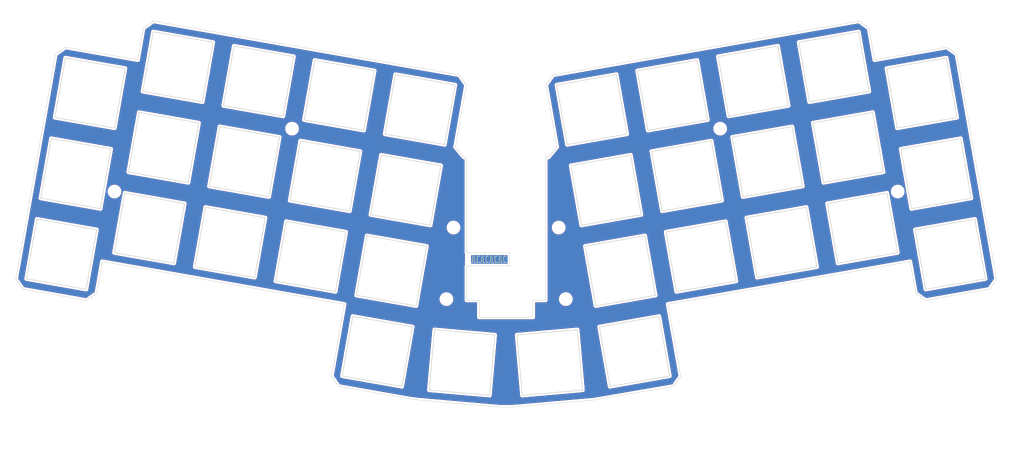
<source format=kicad_pcb>
(kicad_pcb (version 20221018) (generator pcbnew)
  (layers (0 "F.Cu" signal) (31 "B.Cu" signal) (34 "B.Paste" user) (35 "F.Paste" user) (36 "B.SilkS" user "B.Silkscreen") (37 "F.SilkS" user "F.Silkscreen") (38 "B.Mask" user) (39 "F.Mask" user) (44 "Edge.Cuts" user))
  (net 0 "")
  (footprint "kbd_SW_Hole:SW_Hole_1u" (layer "F.Cu") (at 188.995655 33.489253 10)
    (fp_text reference "SW2" hide)
    (fp_text value "KEY_SWITCH" hide)
    (fp_line (start -7.05 -7.05) (end 7.05 -7.05) (stroke (width 0.15)) (layer "Edge.Cuts"))
    (fp_line (start -7.05 7.05) (end -7.05 -7.05) (stroke (width 0.15)) (layer "Edge.Cuts"))
    (fp_line (start 7.05 -7.05) (end 7.05 7.05) (stroke (width 0.15)) (layer "Edge.Cuts"))
    (fp_line (start 7.05 7.05) (end -7.05 7.05) (stroke (width 0.15)) (layer "Edge.Cuts"))
  )
  (footprint "kbd_SW_Hole:SW_Hole_1u" (layer "F.Cu") (at 34.846302 36.25484 -10)
    (fp_text reference "SW2" hide)
    (fp_text value "KEY_SWITCH" hide)
    (fp_line (start -7.05 -7.05) (end 7.05 -7.05) (stroke (width 0.15)) (layer "Edge.Cuts"))
    (fp_line (start -7.05 7.05) (end -7.05 -7.05) (stroke (width 0.15)) (layer "Edge.Cuts"))
    (fp_line (start 7.05 -7.05) (end 7.05 7.05) (stroke (width 0.15)) (layer "Edge.Cuts"))
    (fp_line (start 7.05 7.05) (end -7.05 7.05) (stroke (width 0.15)) (layer "Edge.Cuts"))
  )
  (footprint "kbd_SW_Hole:SW_Hole_1u" (layer "F.Cu") (at 192.301839 52.250673 10)
    (fp_text reference "SW2" hide)
    (fp_text value "KEY_SWITCH" hide)
    (fp_line (start -7.05 -7.05) (end 7.05 -7.05) (stroke (width 0.15)) (layer "Edge.Cuts"))
    (fp_line (start -7.05 7.05) (end -7.05 -7.05) (stroke (width 0.15)) (layer "Edge.Cuts"))
    (fp_line (start 7.05 -7.05) (end 7.05 7.05) (stroke (width 0.15)) (layer "Edge.Cuts"))
    (fp_line (start 7.05 7.05) (end -7.05 7.05) (stroke (width 0.15)) (layer "Edge.Cuts"))
  )
  (footprint "kbd_Hole:m2_Screw_Hole_EdgeCuts" (layer "F.Cu") (at 145.420662 84.228289)
    (fp_text reference "Ref**" hide)
    (fp_text value "Val**" hide)
    (fp_circle (center 0 0) (end 1.1 0) (stroke (width 0.01)) (fill none) (layer "Edge.Cuts"))
  )
  (footprint "kbd_SW_Hole:SW_Hole_1u" (layer "F.Cu") (at 195.613786 71.010697 10)
    (fp_text reference "SW2" hide)
    (fp_text value "KEY_SWITCH" hide)
    (fp_line (start -7.05 -7.05) (end 7.05 -7.05) (stroke (width 0.15)) (layer "Edge.Cuts"))
    (fp_line (start -7.05 7.05) (end -7.05 -7.05) (stroke (width 0.15)) (layer "Edge.Cuts"))
    (fp_line (start 7.05 -7.05) (end 7.05 7.05) (stroke (width 0.15)) (layer "Edge.Cuts"))
    (fp_line (start 7.05 7.05) (end -7.05 7.05) (stroke (width 0.15)) (layer "Edge.Cuts"))
  )
  (footprint "kbd_SW_Hole:SW_Hole_1u" (layer "F.Cu") (at 28.228183 73.776284 -10)
    (fp_text reference "SW2" hide)
    (fp_text value "KEY_SWITCH" hide)
    (fp_line (start -7.05 -7.05) (end 7.05 -7.05) (stroke (width 0.15)) (layer "Edge.Cuts"))
    (fp_line (start -7.05 7.05) (end -7.05 -7.05) (stroke (width 0.15)) (layer "Edge.Cuts"))
    (fp_line (start 7.05 -7.05) (end 7.05 7.05) (stroke (width 0.15)) (layer "Edge.Cuts"))
    (fp_line (start 7.05 7.05) (end -7.05 7.05) (stroke (width 0.15)) (layer "Edge.Cuts"))
  )
  (footprint "kbd_SW_Hole:SW_Hole_1u" (layer "F.Cu") (at 31.540144 55.015914 -10)
    (fp_text reference "SW2" hide)
    (fp_text value "KEY_SWITCH" hide)
    (fp_line (start -7.05 -7.05) (end 7.05 -7.05) (stroke (width 0.15)) (layer "Edge.Cuts"))
    (fp_line (start -7.05 7.05) (end -7.05 -7.05) (stroke (width 0.15)) (layer "Edge.Cuts"))
    (fp_line (start 7.05 -7.05) (end 7.05 7.05) (stroke (width 0.15)) (layer "Edge.Cuts"))
    (fp_line (start 7.05 7.05) (end -7.05 7.05) (stroke (width 0.15)) (layer "Edge.Cuts"))
  )
  (footprint "kbd_SW_Hole:SW_Hole_1u" (layer "F.Cu") (at 154.781498 58.864908 10)
    (fp_text reference "SW2" hide)
    (fp_text value "KEY_SWITCH" hide)
    (fp_line (start -7.05 -7.05) (end 7.05 -7.05) (stroke (width 0.15)) (layer "Edge.Cuts"))
    (fp_line (start -7.05 7.05) (end -7.05 -7.05) (stroke (width 0.15)) (layer "Edge.Cuts"))
    (fp_line (start 7.05 -7.05) (end 7.05 7.05) (stroke (width 0.15)) (layer "Edge.Cuts"))
    (fp_line (start 7.05 7.05) (end -7.05 7.05) (stroke (width 0.15)) (layer "Edge.Cuts"))
  )
  (footprint "kbd_Hole:m2_Screw_Hole_EdgeCuts" (layer "F.Cu") (at 222.57315 59.192994)
    (fp_text reference "Ref**" hide)
    (fp_text value "Val**" hide)
    (fp_circle (center 0 0) (end 1.1 0) (stroke (width 0.01)) (fill none) (layer "Edge.Cuts"))
  )
  (footprint "kbd_SW_Hole:SW_Hole_1u" (layer "F.Cu") (at 207.753864 30.18019 10)
    (fp_text reference "SW2" hide)
    (fp_text value "KEY_SWITCH" hide)
    (fp_line (start -7.05 -7.05) (end 7.05 -7.05) (stroke (width 0.15)) (layer "Edge.Cuts"))
    (fp_line (start -7.05 7.05) (end -7.05 -7.05) (stroke (width 0.15)) (layer "Edge.Cuts"))
    (fp_line (start 7.05 -7.05) (end 7.05 7.05) (stroke (width 0.15)) (layer "Edge.Cuts"))
    (fp_line (start 7.05 7.05) (end -7.05 7.05) (stroke (width 0.15)) (layer "Edge.Cuts"))
  )
  (footprint "kbd_SW_Hole:SW_Hole_1u" (layer "F.Cu") (at 121.309182 98.971005 -5)
    (fp_text reference "SW2" hide)
    (fp_text value "KEY_SWITCH" hide)
    (fp_line (start -7.05 -7.05) (end 7.05 -7.05) (stroke (width 0.15)) (layer "Edge.Cuts"))
    (fp_line (start -7.05 7.05) (end -7.05 -7.05) (stroke (width 0.15)) (layer "Edge.Cuts"))
    (fp_line (start 7.05 -7.05) (end 7.05 7.05) (stroke (width 0.15)) (layer "Edge.Cuts"))
    (fp_line (start 7.05 7.05) (end -7.05 7.05) (stroke (width 0.15)) (layer "Edge.Cuts"))
  )
  (footprint "kbd_SW_Hole:SW_Hole_1u" (layer "F.Cu") (at 74.020999 33.489397 -10)
    (fp_text reference "SW2" hide)
    (fp_text value "KEY_SWITCH" hide)
    (fp_line (start -7.05 -7.05) (end 7.05 -7.05) (stroke (width 0.15)) (layer "Edge.Cuts"))
    (fp_line (start -7.05 7.05) (end -7.05 -7.05) (stroke (width 0.15)) (layer "Edge.Cuts"))
    (fp_line (start 7.05 -7.05) (end 7.05 7.05) (stroke (width 0.15)) (layer "Edge.Cuts"))
    (fp_line (start 7.05 7.05) (end -7.05 7.05) (stroke (width 0.15)) (layer "Edge.Cuts"))
  )
  (footprint "kbd_SW_Hole:SW_Hole_1u" (layer "F.Cu") (at 111.541012 40.103687 -10)
    (fp_text reference "SW2" hide)
    (fp_text value "KEY_SWITCH" hide)
    (fp_line (start -7.05 -7.05) (end 7.05 -7.05) (stroke (width 0.15)) (layer "Edge.Cuts"))
    (fp_line (start -7.05 7.05) (end -7.05 -7.05) (stroke (width 0.15)) (layer "Edge.Cuts"))
    (fp_line (start 7.05 -7.05) (end 7.05 7.05) (stroke (width 0.15)) (layer "Edge.Cuts"))
    (fp_line (start 7.05 7.05) (end -7.05 7.05) (stroke (width 0.15)) (layer "Edge.Cuts"))
  )
  (footprint "kbd_SW_Hole:SW_Hole_1u" (layer "F.Cu") (at 173.542226 55.559377 10)
    (fp_text reference "SW2" hide)
    (fp_text value "KEY_SWITCH" hide)
    (fp_line (start -7.05 -7.05) (end 7.05 -7.05) (stroke (width 0.15)) (layer "Edge.Cuts"))
    (fp_line (start -7.05 7.05) (end -7.05 -7.05) (stroke (width 0.15)) (layer "Edge.Cuts"))
    (fp_line (start 7.05 -7.05) (end 7.05 7.05) (stroke (width 0.15)) (layer "Edge.Cuts"))
    (fp_line (start 7.05 7.05) (end -7.05 7.05) (stroke (width 0.15)) (layer "Edge.Cuts"))
  )
  (footprint "kbd_Hole:m2_Screw_Hole_EdgeCuts" (layer "F.Cu") (at 81.80072 44.562)
    (fp_text reference "Ref**" hide)
    (fp_text value "Val**" hide)
    (fp_circle (center 0 0) (end 1.1 0) (stroke (width 0.01)) (fill none) (layer "Edge.Cuts"))
  )
  (footprint "kbd_SW_Hole:SW_Hole_1u" (layer "F.Cu") (at 161.396762 96.387498 10)
    (fp_text reference "SW2" hide)
    (fp_text value "KEY_SWITCH" hide)
    (fp_line (start -7.05 -7.05) (end 7.05 -7.05) (stroke (width 0.15)) (layer "Edge.Cuts"))
    (fp_line (start -7.05 7.05) (end -7.05 -7.05) (stroke (width 0.15)) (layer "Edge.Cuts"))
    (fp_line (start 7.05 -7.05) (end 7.05 7.05) (stroke (width 0.15)) (layer "Edge.Cuts"))
    (fp_line (start 7.05 7.05) (end -7.05 7.05) (stroke (width 0.15)) (layer "Edge.Cuts"))
  )
  (footprint "kbd_SW_Hole:SW_Hole_1u" (layer "F.Cu") (at 55.262506 30.180021 -10)
    (fp_text reference "SW2" hide)
    (fp_text value "KEY_SWITCH" hide)
    (fp_line (start -7.05 -7.05) (end 7.05 -7.05) (stroke (width 0.15)) (layer "Edge.Cuts"))
    (fp_line (start -7.05 7.05) (end -7.05 -7.05) (stroke (width 0.15)) (layer "Edge.Cuts"))
    (fp_line (start 7.05 -7.05) (end 7.05 7.05) (stroke (width 0.15)) (layer "Edge.Cuts"))
    (fp_line (start 7.05 7.05) (end -7.05 7.05) (stroke (width 0.15)) (layer "Edge.Cuts"))
  )
  (footprint "kbd_Hole:m2_Screw_Hole_EdgeCuts" (layer "F.Cu") (at 117.678215 84.228939)
    (fp_text reference "Ref**" hide)
    (fp_text value "Val**" hide)
    (fp_circle (center 0 0) (end 1.1 0) (stroke (width 0.01)) (fill none) (layer "Edge.Cuts"))
  )
  (footprint "kbd_SW_Hole:SW_Hole_1u" (layer "F.Cu") (at 92.780284 36.798157 -10)
    (fp_text reference "SW2" hide)
    (fp_text value "KEY_SWITCH" hide)
    (fp_line (start -7.05 -7.05) (end 7.05 -7.05) (stroke (width 0.15)) (layer "Edge.Cuts"))
    (fp_line (start -7.05 7.05) (end -7.05 -7.05) (stroke (width 0.15)) (layer "Edge.Cuts"))
    (fp_line (start 7.05 -7.05) (end 7.05 7.05) (stroke (width 0.15)) (layer "Edge.Cuts"))
    (fp_line (start 7.05 7.05) (end -7.05 7.05) (stroke (width 0.15)) (layer "Edge.Cuts"))
  )
  (footprint "kbd_SW_Hole:SW_Hole_1u" (layer "F.Cu") (at 228.170215 36.254676 10)
    (fp_text reference "SW2" hide)
    (fp_text value "KEY_SWITCH" hide)
    (fp_line (start -7.05 -7.05) (end 7.05 -7.05) (stroke (width 0.15)) (layer "Edge.Cuts"))
    (fp_line (start -7.05 7.05) (end -7.05 -7.05) (stroke (width 0.15)) (layer "Edge.Cuts"))
    (fp_line (start 7.05 -7.05) (end 7.05 7.05) (stroke (width 0.15)) (layer "Edge.Cuts"))
    (fp_line (start 7.05 7.05) (end -7.05 7.05) (stroke (width 0.15)) (layer "Edge.Cuts"))
  )
  (footprint "kbd_Hole:m2_Screw_Hole_EdgeCuts" (layer "F.Cu") (at 181.305206 44.562)
    (fp_text reference "Ref**" hide)
    (fp_text value "Val**" hide)
    (fp_circle (center 0 0) (end 1.1 0) (stroke (width 0.01)) (fill none) (layer "Edge.Cuts"))
  )
  (footprint "kbd_SW_Hole:SW_Hole_1u" (layer "F.Cu") (at 214.371977 67.701626 10)
    (fp_text reference "SW2" hide)
    (fp_text value "KEY_SWITCH" hide)
    (fp_line (start -7.05 -7.05) (end 7.05 -7.05) (stroke (width 0.15)) (layer "Edge.Cuts"))
    (fp_line (start -7.05 7.05) (end -7.05 -7.05) (stroke (width 0.15)) (layer "Edge.Cuts"))
    (fp_line (start 7.05 -7.05) (end 7.05 7.05) (stroke (width 0.15)) (layer "Edge.Cuts"))
    (fp_line (start 7.05 7.05) (end -7.05 7.05) (stroke (width 0.15)) (layer "Edge.Cuts"))
  )
  (footprint "kbd_SW_Hole:SW_Hole_1u" (layer "F.Cu") (at 108.235144 58.865051 -10)
    (fp_text reference "SW2" hide)
    (fp_text value "KEY_SWITCH" hide)
    (fp_line (start -7.05 -7.05) (end 7.05 -7.05) (stroke (width 0.15)) (layer "Edge.Cuts"))
    (fp_line (start -7.05 7.05) (end -7.05 -7.05) (stroke (width 0.15)) (layer "Edge.Cuts"))
    (fp_line (start 7.05 -7.05) (end 7.05 7.05) (stroke (width 0.15)) (layer "Edge.Cuts"))
    (fp_line (start 7.05 7.05) (end -7.05 7.05) (stroke (width 0.15)) (layer "Edge.Cuts"))
  )
  (footprint "kbd_SW_Hole:SW_Hole_1u" (layer "F.Cu") (at 70.714735 52.25047 -10)
    (fp_text reference "SW2" hide)
    (fp_text value "KEY_SWITCH" hide)
    (fp_line (start -7.05 -7.05) (end 7.05 -7.05) (stroke (width 0.15)) (layer "Edge.Cuts"))
    (fp_line (start -7.05 7.05) (end -7.05 -7.05) (stroke (width 0.15)) (layer "Edge.Cuts"))
    (fp_line (start 7.05 -7.05) (end 7.05 7.05) (stroke (width 0.15)) (layer "Edge.Cuts"))
    (fp_line (start 7.05 7.05) (end -7.05 7.05) (stroke (width 0.15)) (layer "Edge.Cuts"))
  )
  (footprint "kbd_SW_Hole:SW_Hole_1u" (layer "F.Cu") (at 86.162176 74.319597 -10)
    (fp_text reference "SW2" hide)
    (fp_text value "KEY_SWITCH" hide)
    (fp_line (start -7.05 -7.05) (end 7.05 -7.05) (stroke (width 0.15)) (layer "Edge.Cuts"))
    (fp_line (start -7.05 7.05) (end -7.05 -7.05) (stroke (width 0.15)) (layer "Edge.Cuts"))
    (fp_line (start 7.05 -7.05) (end 7.05 7.05) (stroke (width 0.15)) (layer "Edge.Cuts"))
    (fp_line (start 7.05 7.05) (end -7.05 7.05) (stroke (width 0.15)) (layer "Edge.Cuts"))
  )
  (footprint "kbd_SW_Hole:SW_Hole_1u" (layer "F.Cu") (at 51.956408 48.941435 -10)
    (fp_text reference "SW2" hide)
    (fp_text value "KEY_SWITCH" hide)
    (fp_line (start -7.05 -7.05) (end 7.05 -7.05) (stroke (width 0.15)) (layer "Edge.Cuts"))
    (fp_line (start -7.05 7.05) (end -7.05 -7.05) (stroke (width 0.15)) (layer "Edge.Cuts"))
    (fp_line (start 7.05 -7.05) (end 7.05 7.05) (stroke (width 0.15)) (layer "Edge.Cuts"))
    (fp_line (start 7.05 7.05) (end -7.05 7.05) (stroke (width 0.15)) (layer "Edge.Cuts"))
  )
  (footprint "kbd_SW_Hole:SW_Hole_1u" (layer "F.Cu") (at 101.619852 96.387478 -10)
    (fp_text reference "SW2" hide)
    (fp_text value "KEY_SWITCH" hide)
    (fp_line (start -7.05 -7.05) (end 7.05 -7.05) (stroke (width 0.15)) (layer "Edge.Cuts"))
    (fp_line (start -7.05 7.05) (end -7.05 -7.05) (stroke (width 0.15)) (layer "Edge.Cuts"))
    (fp_line (start 7.05 -7.05) (end 7.05 7.05) (stroke (width 0.15)) (layer "Edge.Cuts"))
    (fp_line (start 7.05 7.05) (end -7.05 7.05) (stroke (width 0.15)) (layer "Edge.Cuts"))
  )
  (footprint "kbd_SW_Hole:SW_Hole_1u" (layer "F.Cu") (at 141.707124 98.974513 5)
    (fp_text reference "SW2" hide)
    (fp_text value "KEY_SWITCH" hide)
    (fp_line (start -7.05 -7.05) (end 7.05 -7.05) (stroke (width 0.15)) (layer "Edge.Cuts"))
    (fp_line (start -7.05 7.05) (end -7.05 -7.05) (stroke (width 0.15)) (layer "Edge.Cuts"))
    (fp_line (start 7.05 -7.05) (end 7.05 7.05) (stroke (width 0.15)) (layer "Edge.Cuts"))
    (fp_line (start 7.05 7.05) (end -7.05 7.05) (stroke (width 0.15)) (layer "Edge.Cuts"))
  )
  (footprint "kbd_Hole:Mouse_Bite_Hole" (layer "F.Cu") (at 122.691886 75.316877 -90)
    (fp_text reference "Ref**")
    (fp_text value "Val**")
    (pad "" np_thru_hole circle (at -1.1 0 270) (size 0.5 0.5) (drill 0.5) (layers "*.Cu" "*.Mask"))
    (pad "" np_thru_hole circle (at -0.35 0 270) (size 0.5 0.5) (drill 0.5) (layers "*.Cu" "*.Mask"))
    (pad "" np_thru_hole circle (at 0.4 0 270) (size 0.5 0.5) (drill 0.5) (layers "*.Cu" "*.Mask"))
  )
  (footprint "kbd_SW_Hole:SW_Hole_1u" (layer "F.Cu") (at 151.475232 40.103826 10)
    (fp_text reference "SW2" hide)
    (fp_text value "KEY_SWITCH" hide)
    (fp_line (start -7.05 -7.05) (end 7.05 -7.05) (stroke (width 0.15)) (layer "Edge.Cuts"))
    (fp_line (start -7.05 7.05) (end -7.05 -7.05) (stroke (width 0.15)) (layer "Edge.Cuts"))
    (fp_line (start 7.05 -7.05) (end 7.05 7.05) (stroke (width 0.15)) (layer "Edge.Cuts"))
    (fp_line (start 7.05 7.05) (end -7.05 7.05) (stroke (width 0.15)) (layer "Edge.Cuts"))
  )
  (footprint "kbd_SW_Hole:SW_Hole_1u" (layer "F.Cu") (at 158.093336 77.625269 10)
    (fp_text reference "SW2" hide)
    (fp_text value "KEY_SWITCH" hide)
    (fp_line (start -7.05 -7.05) (end 7.05 -7.05) (stroke (width 0.15)) (layer "Edge.Cuts"))
    (fp_line (start -7.05 7.05) (end -7.05 -7.05) (stroke (width 0.15)) (layer "Edge.Cuts"))
    (fp_line (start 7.05 -7.05) (end 7.05 7.05) (stroke (width 0.15)) (layer "Edge.Cuts"))
    (fp_line (start 7.05 7.05) (end -7.05 7.05) (stroke (width 0.15)) (layer "Edge.Cuts"))
  )
  (footprint "kbd_SW_Hole:SW_Hole_1u" (layer "F.Cu") (at 67.402875 71.010834 -10)
    (fp_text reference "SW2" hide)
    (fp_text value "KEY_SWITCH" hide)
    (fp_line (start -7.05 -7.05) (end 7.05 -7.05) (stroke (width 0.15)) (layer "Edge.Cuts"))
    (fp_line (start -7.05 7.05) (end -7.05 -7.05) (stroke (width 0.15)) (layer "Edge.Cuts"))
    (fp_line (start 7.05 -7.05) (end 7.05 7.05) (stroke (width 0.15)) (layer "Edge.Cuts"))
    (fp_line (start 7.05 7.05) (end -7.05 7.05) (stroke (width 0.15)) (layer "Edge.Cuts"))
  )
  (footprint "kbd_SW_Hole:SW_Hole_1u" (layer "F.Cu") (at 104.922892 77.625125 -10)
    (fp_text reference "SW2" hide)
    (fp_text value "KEY_SWITCH" hide)
    (fp_line (start -7.05 -7.05) (end 7.05 -7.05) (stroke (width 0.15)) (layer "Edge.Cuts"))
    (fp_line (start -7.05 7.05) (end -7.05 -7.05) (stroke (width 0.15)) (layer "Edge.Cuts"))
    (fp_line (start 7.05 -7.05) (end 7.05 7.05) (stroke (width 0.15)) (layer "Edge.Cuts"))
    (fp_line (start 7.05 7.05) (end -7.05 7.05) (stroke (width 0.15)) (layer "Edge.Cuts"))
  )
  (footprint "kbd_SW_Hole:SW_Hole_1u" (layer "F.Cu") (at 211.060124 48.941271 10)
    (fp_text reference "SW2" hide)
    (fp_text value "KEY_SWITCH" hide)
    (fp_line (start -7.05 -7.05) (end 7.05 -7.05) (stroke (width 0.15)) (layer "Edge.Cuts"))
    (fp_line (start -7.05 7.05) (end -7.05 -7.05) (stroke (width 0.15)) (layer "Edge.Cuts"))
    (fp_line (start 7.05 -7.05) (end 7.05 7.05) (stroke (width 0.15)) (layer "Edge.Cuts"))
    (fp_line (start 7.05 7.05) (end -7.05 7.05) (stroke (width 0.15)) (layer "Edge.Cuts"))
  )
  (footprint "kbd_Hole:m2_Screw_Hole_EdgeCuts" (layer "F.Cu") (at 143.769653 67.574341)
    (fp_text reference "Ref**" hide)
    (fp_text value "Val**" hide)
    (fp_circle (center 0 0) (end 1.1 0) (stroke (width 0.01)) (fill none) (layer "Edge.Cuts"))
  )
  (footprint "kbd_SW_Hole:SW_Hole_1u" (layer "F.Cu") (at 176.854063 74.319743 10)
    (fp_text reference "SW2" hide)
    (fp_text value "KEY_SWITCH" hide)
    (fp_line (start -7.05 -7.05) (end 7.05 -7.05) (stroke (width 0.15)) (layer "Edge.Cuts"))
    (fp_line (start -7.05 7.05) (end -7.05 -7.05) (stroke (width 0.15)) (layer "Edge.Cuts"))
    (fp_line (start 7.05 -7.05) (end 7.05 7.05) (stroke (width 0.15)) (layer "Edge.Cuts"))
    (fp_line (start 7.05 7.05) (end -7.05 7.05) (stroke (width 0.15)) (layer "Edge.Cuts"))
  )
  (footprint "kbd_SW_Hole:SW_Hole_1u" (layer "F.Cu") (at 48.644401 67.701463 -10)
    (fp_text reference "SW2" hide)
    (fp_text value "KEY_SWITCH" hide)
    (fp_line (start -7.05 -7.05) (end 7.05 -7.05) (stroke (width 0.15)) (layer "Edge.Cuts"))
    (fp_line (start -7.05 7.05) (end -7.05 -7.05) (stroke (width 0.15)) (layer "Edge.Cuts"))
    (fp_line (start 7.05 -7.05) (end 7.05 7.05) (stroke (width 0.15)) (layer "Edge.Cuts"))
    (fp_line (start 7.05 7.05) (end -7.05 7.05) (stroke (width 0.15)) (layer "Edge.Cuts"))
  )
  (footprint "kbd_Hole:m2_Screw_Hole_EdgeCuts" (layer "F.Cu") (at 119.329216 67.573691)
    (fp_text reference "Ref**" hide)
    (fp_text value "Val**" hide)
    (fp_circle (center 0 0) (end 1.1 0) (stroke (width 0.01)) (fill none) (layer "Edge.Cuts"))
  )
  (footprint "kbd_SW_Hole:SW_Hole_1u" (layer "F.Cu") (at 231.476384 55.016094 10)
    (fp_text reference "SW2" hide)
    (fp_text value "KEY_SWITCH" hide)
    (fp_line (start -7.05 -7.05) (end 7.05 -7.05) (stroke (width 0.15)) (layer "Edge.Cuts"))
    (fp_line (start -7.05 7.05) (end -7.05 -7.05) (stroke (width 0.15)) (layer "Edge.Cuts"))
    (fp_line (start 7.05 -7.05) (end 7.05 7.05) (stroke (width 0.15)) (layer "Edge.Cuts"))
    (fp_line (start 7.05 7.05) (end -7.05 7.05) (stroke (width 0.15)) (layer "Edge.Cuts"))
  )
  (footprint "kbd_SW_Hole:SW_Hole_1u" (layer "F.Cu") (at 89.474425 55.55952 -10)
    (fp_text reference "SW2" hide)
    (fp_text value "KEY_SWITCH" hide)
    (fp_line (start -7.05 -7.05) (end 7.05 -7.05) (stroke (width 0.15)) (layer "Edge.Cuts"))
    (fp_line (start -7.05 7.05) (end -7.05 -7.05) (stroke (width 0.15)) (layer "Edge.Cuts"))
    (fp_line (start 7.05 -7.05) (end 7.05 7.05) (stroke (width 0.15)) (layer "Edge.Cuts"))
    (fp_line (start 7.05 7.05) (end -7.05 7.05) (stroke (width 0.15)) (layer "Edge.Cuts"))
  )
  (footprint "kbd_SW_Hole:SW_Hole_1u" (layer "F.Cu") (at 234.788313 73.77612 10)
    (fp_text reference "SW2" hide)
    (fp_text value "KEY_SWITCH" hide)
    (fp_line (start -7.05 -7.05) (end 7.05 -7.05) (stroke (width 0.15)) (layer "Edge.Cuts"))
    (fp_line (start -7.05 7.05) (end -7.05 -7.05) (stroke (width 0.15)) (layer "Edge.Cuts"))
    (fp_line (start 7.05 -7.05) (end 7.05 7.05) (stroke (width 0.15)) (layer "Edge.Cuts"))
    (fp_line (start 7.05 7.05) (end -7.05 7.05) (stroke (width 0.15)) (layer "Edge.Cuts"))
  )
  (footprint "kbd_SW_Hole:SW_Hole_1u" (layer "F.Cu") (at 170.235966 36.798303 10)
    (fp_text reference "SW2" hide)
    (fp_text value "KEY_SWITCH" hide)
    (fp_line (start -7.05 -7.05) (end 7.05 -7.05) (stroke (width 0.15)) (layer "Edge.Cuts"))
    (fp_line (start -7.05 7.05) (end -7.05 -7.05) (stroke (width 0.15)) (layer "Edge.Cuts"))
    (fp_line (start 7.05 -7.05) (end 7.05 7.05) (stroke (width 0.15)) (layer "Edge.Cuts"))
    (fp_line (start 7.05 7.05) (end -7.05 7.05) (stroke (width 0.15)) (layer "Edge.Cuts"))
  )
  (footprint "kbd_Hole:m2_Screw_Hole_EdgeCuts" (layer "F.Cu") (at 40.532779 59.191694)
    (fp_text reference "Ref**" hide)
    (fp_text value "Val**" hide)
    (fp_circle (center 0 0) (end 1.1 0) (stroke (width 0.01)) (fill none) (layer "Edge.Cuts"))
  )
  (gr_line (start 45.946436 28.571754) (end 45.946436 28.571754) (stroke (width 0.100012)) (layer "Edge.Cuts"))
  (gr_line (start 215.253006 20.729153) (end 215.704208 21.044888) (stroke (width 0.100012)) (layer "Edge.Cuts"))
  (gr_line (start 213.797454 19.709989) (end 214.025009 19.869443) (stroke (width 0.100012)) (layer "Edge.Cuts"))
  (gr_line (start 171.641891 102.867129) (end 171.641891 102.867129) (stroke (width 0.100012)) (layer "Edge.Cuts"))
  (gr_line (start 243.892486 81.893149) (end 229.070892 84.505892) (stroke (width 0.100012)) (layer "Edge.Cuts"))
  (gr_line (start 142.018119 32.691511) (end 142.018119 32.691511) (stroke (width 0.100012)) (layer "Edge.Cuts"))
  (gr_line (start 170.92929 103.880976) (end 170.775482 104.099596) (stroke (width 0.100012)) (layer "Edge.Cuts"))
  (gr_line (start 120.787918 50.07709) (end 121.126236 50.47996) (stroke (width 0.100012)) (layer "Edge.Cuts"))
  (gr_line (start 227.152176 83.162623) (end 227.152176 83.162623) (stroke (width 0.100012)) (layer "Edge.Cuts"))
  (gr_line (start 227.370544 83.31555) (end 227.152176 83.162623) (stroke (width 0.100012)) (layer "Edge.Cuts"))
  (gr_line (start 142.784019 49.543349) (end 142.784019 49.543349) (stroke (width 0.100012)) (layer "Edge.Cuts"))
  (gr_line (start 36.125206 83.054705) (end 36.125206 83.054705) (stroke (width 0.100012)) (layer "Edge.Cuts"))
  (gr_line (start 142.280952 50.142719) (end 142.445709 49.946219) (stroke (width 0.100012)) (layer "Edge.Cuts"))
  (gr_line (start 28.990349 25.727661) (end 29.15552 25.611946) (stroke (width 0.100012)) (layer "Edge.Cuts"))
  (gr_line (start 171.497604 103.072512) (end 171.356857 103.272646) (stroke (width 0.100012)) (layer "Edge.Cuts"))
  (gr_line (start 48.144872 20.536537) (end 48.144872 20.536537) (stroke (width 0.100012)) (layer "Edge.Cuts"))
  (gr_line (start 48.34497 20.396486) (end 48.543758 20.257137) (stroke (width 0.100012)) (layer "Edge.Cuts"))
  (gr_line (start 214.843795 20.442349) (end 214.843795 20.442349) (stroke (width 0.100012)) (layer "Edge.Cuts"))
  (gr_line (start 143.230629 49.010653) (end 143.230629 49.010653) (stroke (width 0.100012)) (layer "Edge.Cuts"))
  (gr_line (start 47.252735 21.161305) (end 47.497383 20.989853) (stroke (width 0.100012)) (layer "Edge.Cuts"))
  (gr_line (start 49.171598 19.817581) (end 49.404434 19.654598) (stroke (width 0.100012)) (layer "Edge.Cuts"))
  (gr_line (start 235.461135 26.656867) (end 235.461135 26.656867) (stroke (width 0.100012)) (layer "Edge.Cuts"))
  (gr_line (start 119.822006 48.925968) (end 119.96241 49.093542) (stroke (width 0.100012)) (layer "Edge.Cuts"))
  (gr_line (start 28.331078 26.189091) (end 28.331078 26.189091) (stroke (width 0.100012)) (layer "Edge.Cuts"))
  (gr_line (start 236.285598 27.234012) (end 236.285598 27.234012) (stroke (width 0.100012)) (layer "Edge.Cuts"))
  (gr_line (start 133.086105 109.336085) (end 133.086105 109.336085) (stroke (width 0.100012)) (layer "Edge.Cuts"))
  (gr_line (start 143.375625 48.837792) (end 140.827514 34.392247) (stroke (width 0.100012)) (layer "Edge.Cuts"))
  (gr_line (start 48.144872 20.536537) (end 48.34497 20.396486) (stroke (width 0.100012)) (layer "Edge.Cuts"))
  (gr_line (start 49.569637 19.538883) (end 49.569637 19.538883) (stroke (width 0.100012)) (layer "Edge.Cuts"))
  (gr_line (start 48.543758 20.257137) (end 48.543758 20.257137) (stroke (width 0.100012)) (layer "Edge.Cuts"))
  (gr_line (start 120.843658 32.319667) (end 121.002754 32.547205) (stroke (width 0.100012)) (layer "Edge.Cuts"))
  (gr_line (start 49.404434 19.654598) (end 49.569637 19.538883) (stroke (width 0.100012)) (layer "Edge.Cuts"))
  (gr_line (start 121.436683 50.850023) (end 121.436683 50.850023) (stroke (width 0.100012)) (layer "Edge.Cuts"))
  (gr_line (start 141.731674 33.10108) (end 141.731674 33.10108) (stroke (width 0.100012)) (layer "Edge.Cuts"))
  (gr_line (start 235.461135 26.656867) (end 235.669296 26.802562) (stroke (width 0.100012)) (layer "Edge.Cuts"))
  (gr_line (start 34.218196 84.390146) (end 34.218196 84.390146) (stroke (width 0.100012)) (layer "Edge.Cuts"))
  (gr_line (start 215.704208 21.044888) (end 215.869674 21.160603) (stroke (width 0.100012)) (layer "Edge.Cuts"))
  (gr_line (start 121.153038 32.761695) (end 121.153038 32.761695) (stroke (width 0.100012)) (layer "Edge.Cuts"))
  (gr_line (start 169.164352 85.396586) (end 172.125213 102.179667) (stroke (width 0.100012)) (layer "Edge.Cuts"))
  (gr_line (start 142.449928 32.075206) (end 142.449928 32.075206) (stroke (width 0.100012)) (layer "Edge.Cuts"))
  (gr_line (start 142.445709 49.946219) (end 142.612205 49.747959) (stroke (width 0.100012)) (layer "Edge.Cuts"))
  (gr_line (start 122.401886 76.476877) (end 122.401886 84.476877) (stroke (width 0.100012)) (layer "Edge.Cuts"))
  (gr_line (start 91.995254 103.61233) (end 91.995254 103.61233) (stroke (width 0.100012)) (layer "Edge.Cuts"))
  (gr_line (start 119.748268 48.838131) (end 119.822006 48.925968) (stroke (width 0.100012)) (layer "Edge.Cuts"))
  (gr_line (start 120.455597 49.680922) (end 120.455597 49.680922) (stroke (width 0.100012)) (layer "Edge.Cuts"))
  (gr_line (start 236.285598 27.234012) (end 245.514968 79.576243) (stroke (width 0.100012)) (layer "Edge.Cuts"))
  (gr_line (start 19.060607 81.648501) (end 19.060607 81.648501) (stroke (width 0.100012)) (layer "Edge.Cuts"))
  (gr_line (start 172.125213 102.179667) (end 172.125213 102.179667) (stroke (width 0.100012)) (layer "Edge.Cuts"))
  (gr_line (start 215.869674 21.160603) (end 215.869674 21.160603) (stroke (width 0.100012)) (layer "Edge.Cuts"))
  (gr_line (start 244.171188 81.495108) (end 244.008209 81.72798) (stroke (width 0.100012)) (layer "Edge.Cuts"))
  (gr_line (start 244.610763 80.867266) (end 244.610763 80.867266) (stroke (width 0.100012)) (layer "Edge.Cuts"))
  (gr_line (start 47.497383 20.989853) (end 47.497383 20.989853) (stroke (width 0.100012)) (layer "Edge.Cuts"))
  (gr_line (start 28.990349 25.727661) (end 28.990349 25.727661) (stroke (width 0.100012)) (layer "Edge.Cuts"))
  (gr_line (start 109.410827 107.466646) (end 109.410827 107.466646) (stroke (width 0.100012)) (layer "Edge.Cuts"))
  (gr_line (start 235.061096 26.376765) (end 235.061096 26.376765) (stroke (width 0.100012)) (layer "Edge.Cuts"))
  (gr_line (start 171.075347 103.672938) (end 171.075347 103.672938) (stroke (width 0.100012)) (layer "Edge.Cuts"))
  (gr_line (start 125.301719 84.476877) (end 125.301719 88.427988) (stroke (width 0.100012)) (layer "Edge.Cuts"))
  (gr_line (start 18.607217 81.001013) (end 18.607217 81.001013) (stroke (width 0.100012)) (layer "Edge.Cuts"))
  (gr_line (start 92.138832 103.81769) (end 91.995254 103.61233) (stroke (width 0.100012)) (layer "Edge.Cuts"))
  (gr_line (start 18.901222 81.420885) (end 18.751009 81.206362) (stroke (width 0.100012)) (layer "Edge.Cuts"))
  (gr_line (start 27.525475 26.753179) (end 27.930887 26.469193) (stroke (width 0.100012)) (layer "Edge.Cuts"))
  (gr_line (start 213.797454 19.709989) (end 213.797454 19.709989) (stroke (width 0.100012)) (layer "Edge.Cuts"))
  (gr_line (start 122.401886 84.476877) (end 125.301719 84.476877) (stroke (width 0.100012)) (layer "Edge.Cuts"))
  (gr_line (start 141.452285 33.50007) (end 141.592331 33.299695) (stroke (width 0.100012)) (layer "Edge.Cuts"))
  (gr_line (start 121.717857 51.185166) (end 121.717857 51.185166) (stroke (width 0.100012)) (layer "Edge.Cuts"))
  (gr_line (start 171.217163 103.471476) (end 171.075347 103.672938) (stroke (width 0.100012)) (layer "Edge.Cuts"))
  (gr_line (start 141.872779 32.899647) (end 142.018119 32.691511) (stroke (width 0.100012)) (layer "Edge.Cuts"))
  (gr_line (start 245.34349 79.820891) (end 245.34349 79.820891) (stroke (width 0.100012)) (layer "Edge.Cuts"))
  (gr_line (start 132.401886 76.476877) (end 122.401886 76.476877) (stroke (width 0.100012)) (layer "Edge.Cuts"))
  (gr_line (start 35.078832 83.787424) (end 34.877431 83.928499) (stroke (width 0.100012)) (layer "Edge.Cuts"))
  (gr_line (start 35.683069 83.364306) (end 35.683069 83.364306) (stroke (width 0.100012)) (layer "Edge.Cuts"))
  (gr_line (start 142.445709 49.946219) (end 142.445709 49.946219) (stroke (width 0.100012)) (layer "Edge.Cuts"))
  (gr_line (start 47.939521 20.680117) (end 47.939521 20.680117) (stroke (width 0.100012)) (layer "Edge.Cuts"))
  (gr_line (start 141.620201 50.930119) (end 141.620201 50.930119) (stroke (width 0.100012)) (layer "Edge.Cuts"))
  (gr_line (start 227.779754 83.602144) (end 227.578338 83.461142) (stroke (width 0.100012)) (layer "Edge.Cuts"))
  (gr_line (start 119.748268 48.838131) (end 119.748268 48.838131) (stroke (width 0.100012)) (layer "Edge.Cuts"))
  (gr_line (start 122.294609 34.391884) (end 119.748268 48.838131) (stroke (width 0.100012)) (layer "Edge.Cuts"))
  (gr_line (start 142.449928 32.075206) (end 213.552642 19.538536) (stroke (width 0.100012)) (layer "Edge.Cuts"))
  (gr_line (start 141.752845 50.772425) (end 141.752845 50.772425) (stroke (width 0.100012)) (layer "Edge.Cuts"))
  (gr_line (start 244.008209 81.72798) (end 244.008209 81.72798) (stroke (width 0.100012)) (layer "Edge.Cuts"))
  (gr_line (start 141.592331 33.299695) (end 141.592331 33.299695) (stroke (width 0.100012)) (layer "Edge.Cuts"))
  (gr_line (start 47.497383 20.989853) (end 47.724998 20.830398) (stroke (width 0.100012)) (layer "Edge.Cuts"))
  (gr_line (start 132.401886 73.476877) (end 122.401886 73.476877) (stroke (width 0.100012)) (layer "Edge.Cuts"))
  (gr_line (start 170.611435 104.332667) (end 170.611435 104.332667) (stroke (width 0.100012)) (layer "Edge.Cuts"))
  (gr_line (start 18.186847 80.40069) (end 18.041185 80.192728) (stroke (width 0.100012)) (layer "Edge.Cuts"))
  (gr_line (start 235.259719 26.515758) (end 235.259719 26.515758) (stroke (width 0.100012)) (layer "Edge.Cuts"))
  (gr_line (start 121.572853 51.012305) (end 121.572853 51.012305) (stroke (width 0.100012)) (layer "Edge.Cuts"))
  (gr_line (start 48.745195 20.116028) (end 48.953157 19.970333) (stroke (width 0.100012)) (layer "Edge.Cuts"))
  (gr_line (start 234.655761 26.092787) (end 234.861084 26.236366) (stroke (width 0.100012)) (layer "Edge.Cuts"))
  (gr_line (start 169.164352 85.396586) (end 169.164352 85.396586) (stroke (width 0.100012)) (layer "Edge.Cuts"))
  (gr_line (start 18.751009 81.206362) (end 18.751009 81.206362) (stroke (width 0.100012)) (layer "Edge.Cuts"))
  (gr_line (start 17.725167 79.741415) (end 17.609491 79.576243) (stroke (width 0.100012)) (layer "Edge.Cuts"))
  (gr_line (start 91.27629 102.58565) (end 91.27629 102.58565) (stroke (width 0.100012)) (layer "Edge.Cuts"))
  (gr_line (start 142.965698 49.326744) (end 142.965698 49.326744) (stroke (width 0.100012)) (layer "Edge.Cuts"))
  (gr_line (start 92.619667 104.504435) (end 92.619667 104.504435) (stroke (width 0.100012)) (layer "Edge.Cuts"))
  (gr_line (start 140.704025 51.185173) (end 141.406051 51.185173) (stroke (width 0.100012)) (layer "Edge.Cuts"))
  (gr_line (start 27.930887 26.469193) (end 28.129677 26.3302) (stroke (width 0.100012)) (layer "Edge.Cuts"))
  (gr_line (start 119.96241 49.093542) (end 119.96241 49.093542) (stroke (width 0.100012)) (layer "Edge.Cuts"))
  (gr_line (start 121.296966 32.967012) (end 121.576362 33.366002) (stroke (width 0.100012)) (layer "Edge.Cuts"))
  (gr_line (start 48.34497 20.396486) (end 48.34497 20.396486) (stroke (width 0.100012)) (layer "Edge.Cuts"))
  (gr_line (start 27.31095 26.903461) (end 27.31095 26.903461) (stroke (width 0.100012)) (layer "Edge.Cuts"))
  (gr_line (start 35.277622 83.648218) (end 35.277622 83.648218) (stroke (width 0.100012)) (layer "Edge.Cuts"))
  (gr_line (start 91.429046 102.804087) (end 91.27629 102.58565) (stroke (width 0.100012)) (layer "Edge.Cuts"))
  (gr_line (start 35.277622 83.648218) (end 35.078832 83.787424) (stroke (width 0.100012)) (layer "Edge.Cuts"))
  (gr_line (start 142.784019 49.543349) (end 142.965698 49.326744) (stroke (width 0.100012)) (layer "Edge.Cuts"))
  (gr_line (start 122.401886 51.185166) (end 122.401886 51.185166) (stroke (width 0.100012)) (layer "Edge.Cuts"))
  (gr_line (start 141.592331 33.299695) (end 141.731674 33.10108) (stroke (width 0.100012)) (layer "Edge.Cuts"))
  (gr_line (start 171.075347 103.672938) (end 170.92929 103.880976) (stroke (width 0.100012)) (layer "Edge.Cuts"))
  (gr_line (start 18.041185 80.192728) (end 18.041185 80.192728) (stroke (width 0.100012)) (layer "Edge.Cuts"))
  (gr_line (start 142.612205 49.747959) (end 142.784019 49.543349) (stroke (width 0.100012)) (layer "Edge.Cuts"))
  (gr_line (start 121.576362 33.366002) (end 121.717117 33.567443) (stroke (width 0.100012)) (layer "Edge.Cuts"))
  (gr_line (start 140.827514 34.392247) (end 141.158416 33.919876) (stroke (width 0.100012)) (layer "Edge.Cuts"))
  (gr_line (start 28.129677 26.3302) (end 28.129677 26.3302) (stroke (width 0.100012)) (layer "Edge.Cuts"))
  (gr_line (start 111.059364 107.674921) (end 111.059364 107.674921) (stroke (width 0.100012)) (layer "Edge.Cuts"))
  (gr_line (start 227.779754 83.602144) (end 227.779754 83.602144) (stroke (width 0.100012)) (layer "Edge.Cuts"))
  (gr_line (start 48.953157 19.970333) (end 48.953157 19.970333) (stroke (width 0.100012)) (layer "Edge.Cuts"))
  (gr_line (start 47.724998 20.830398) (end 47.724998 20.830398) (stroke (width 0.100012)) (layer "Edge.Cuts"))
  (gr_line (start 91.27629 102.58565) (end 91.113311 102.352816) (stroke (width 0.100012)) (layer "Edge.Cuts"))
  (gr_line (start 234.441284 25.942506) (end 234.441284 25.942506) (stroke (width 0.100012)) (layer "Edge.Cuts"))
  (gr_line (start 142.965698 49.326744) (end 143.094459 49.173285) (stroke (width 0.100012)) (layer "Edge.Cuts"))
  (gr_line (start 28.331078 26.189091) (end 28.53904 26.043396) (stroke (width 0.100012)) (layer "Edge.Cuts"))
  (gr_line (start 121.002754 32.547205) (end 121.002754 32.547205) (stroke (width 0.100012)) (layer "Edge.Cuts"))
  (gr_line (start 91.113311 102.352816) (end 91.113311 102.352816) (stroke (width 0.100012)) (layer "Edge.Cuts"))
  (gr_line (start 28.129677 26.3302) (end 28.331078 26.189091) (stroke (width 0.100012)) (layer "Edge.Cuts"))
  (gr_line (start 228.598541 84.175303) (end 228.384048 84.025126) (stroke (width 0.100012)) (layer "Edge.Cuts"))
  (gr_line (start 142.334213 32.240304) (end 142.334213 32.240304) (stroke (width 0.100012)) (layer "Edge.Cuts"))
  (gr_line (start 18.186847 80.40069) (end 18.186847 80.40069) (stroke (width 0.100012)) (layer "Edge.Cuts"))
  (gr_line (start 137.804161 88.427988) (end 137.804161 84.476877) (stroke (width 0.100012)) (layer "Edge.Cuts"))
  (gr_line (start 34.053026 84.505823) (end 19.231915 81.893149) (stroke (width 0.100012)) (layer "Edge.Cuts"))
  (gr_line (start 29.15552 25.611946) (end 29.15552 25.611946) (stroke (width 0.100012)) (layer "Edge.Cuts"))
  (gr_line (start 236.120498 27.118653) (end 236.120498 27.118653) (stroke (width 0.100012)) (layer "Edge.Cuts"))
  (gr_line (start 245.184036 80.048506) (end 245.184036 80.048506) (stroke (width 0.100012)) (layer "Edge.Cuts"))
  (gr_line (start 141.308693 33.705387) (end 141.452285 33.50007) (stroke (width 0.100012)) (layer "Edge.Cuts"))
  (gr_line (start 244.750106 80.668478) (end 244.750106 80.668478) (stroke (width 0.100012)) (layer "Edge.Cuts"))
  (gr_line (start 120.623169 49.880591) (end 120.787918 50.07709) (stroke (width 0.100012)) (layer "Edge.Cuts"))
  (gr_line (start 233.968917 25.611954) (end 233.968917 25.611954) (stroke (width 0.100012)) (layer "Edge.Cuts"))
  (gr_line (start 227.370544 83.31555) (end 227.370544 83.31555) (stroke (width 0.100012)) (layer "Edge.Cuts"))
  (gr_line (start 122.015915 33.993951) (end 122.015915 33.993951) (stroke (width 0.100012)) (layer "Edge.Cuts"))
  (gr_line (start 19.231915 81.893149) (end 19.231915 81.893149) (stroke (width 0.100012)) (layer "Edge.Cuts"))
  (gr_line (start 28.53904 26.043396) (end 28.53904 26.043396) (stroke (width 0.100012)) (layer "Edge.Cuts"))
  (gr_line (start 170.775482 104.099596) (end 170.775482 104.099596) (stroke (width 0.100012)) (layer "Edge.Cuts"))
  (gr_line (start 121.296966 32.967012) (end 121.296966 32.967012) (stroke (width 0.100012)) (layer "Edge.Cuts"))
  (gr_line (start 215.869674 21.160603) (end 217.178115 28.571754) (stroke (width 0.100012)) (layer "Edge.Cuts"))
  (gr_line (start 111.059364 107.674921) (end 109.410827 107.466646) (stroke (width 0.100012)) (layer "Edge.Cuts"))
  (gr_line (start 244.469635 81.068705) (end 244.469635 81.068705) (stroke (width 0.100012)) (layer "Edge.Cuts"))
  (gr_line (start 214.025009 19.869443) (end 214.025009 19.869443) (stroke (width 0.100012)) (layer "Edge.Cuts"))
  (gr_line (start 26.838687 27.234012) (end 26.838687 27.234012) (stroke (width 0.100012)) (layer "Edge.Cuts"))
  (gr_line (start 141.406051 51.185173) (end 141.406051 51.185173) (stroke (width 0.100012)) (layer "Edge.Cuts"))
  (gr_line (start 120.280975 49.472782) (end 120.280975 49.472782) (stroke (width 0.100012)) (layer "Edge.Cuts"))
  (gr_line (start 47.252735 21.161305) (end 47.252735 21.161305) (stroke (width 0.100012)) (layer "Edge.Cuts"))
  (gr_line (start 19.060607 81.648501) (end 18.901222 81.420885) (stroke (width 0.100012)) (layer "Edge.Cuts"))
  (gr_line (start 35.897594 83.214091) (end 35.897594 83.214091) (stroke (width 0.100012)) (layer "Edge.Cuts"))
  (gr_line (start 121.572853 51.012305) (end 121.717857 51.185166) (stroke (width 0.100012)) (layer "Edge.Cuts"))
  (gr_line (start 171.953048 102.424639) (end 171.953048 102.424639) (stroke (width 0.100012)) (layer "Edge.Cuts"))
  (gr_line (start 171.217163 103.471476) (end 171.217163 103.471476) (stroke (width 0.100012)) (layer "Edge.Cuts"))
  (gr_line (start 49.569637 19.538883) (end 120.67221 32.07519) (stroke (width 0.100012)) (layer "Edge.Cuts"))
  (gr_line (start 121.126236 50.47996) (end 121.126236 50.47996) (stroke (width 0.100012)) (layer "Edge.Cuts"))
  (gr_line (start 37.676193 75.472807) (end 37.676193 75.472807) (stroke (width 0.100012)) (layer "Edge.Cuts"))
  (gr_line (start 91.429046 102.804087) (end 91.429046 102.804087) (stroke (width 0.100012)) (layer "Edge.Cuts"))
  (gr_line (start 234.213394 25.783051) (end 234.441284 25.942506) (stroke (width 0.100012)) (layer "Edge.Cuts"))
  (gr_line (start 35.078832 83.787424) (end 35.078832 83.787424) (stroke (width 0.100012)) (layer "Edge.Cuts"))
  (gr_line (start 91.71585 103.21345) (end 91.71585 103.21345) (stroke (width 0.100012)) (layer "Edge.Cuts"))
  (gr_line (start 244.323928 81.276667) (end 244.171188 81.495108) (stroke (width 0.100012)) (layer "Edge.Cuts"))
  (gr_line (start 170.495376 104.498087) (end 170.495376 104.498087) (stroke (width 0.100012)) (layer "Edge.Cuts"))
  (gr_line (start 36.369823 82.883398) (end 36.369823 82.883398) (stroke (width 0.100012)) (layer "Edge.Cuts"))
  (gr_line (start 18.327887 80.602125) (end 18.186847 80.40069) (stroke (width 0.100012)) (layer "Edge.Cuts"))
  (gr_line (start 226.754242 82.883997) (end 225.4458 75.472807) (stroke (width 0.100012)) (layer "Edge.Cuts"))
  (gr_line (start 229.070892 84.505892) (end 229.070892 84.505892) (stroke (width 0.100012)) (layer "Edge.Cuts"))
  (gr_line (start 122.178901 34.226786) (end 122.294609 34.391884) (stroke (width 0.100012)) (layer "Edge.Cuts"))
  (gr_line (start 132.401886 76.476877) (end 132.401886 73.476877) (stroke (width 0.100012)) (layer "Edge.Cuts"))
  (gr_line (start 217.178115 28.571754) (end 233.968917 25.611954) (stroke (width 0.100012)) (layer "Edge.Cuts"))
  (gr_line (start 235.061096 26.376765) (end 235.259719 26.515758) (stroke (width 0.100012)) (layer "Edge.Cuts"))
  (gr_line (start 171.356857 103.272646) (end 171.356857 103.272646) (stroke (width 0.100012)) (layer "Edge.Cuts"))
  (gr_line (start 121.717117 33.567443) (end 121.862815 33.775578) (stroke (width 0.100012)) (layer "Edge.Cuts"))
  (gr_line (start 170.495376 104.498087) (end 152.0652 107.674921) (stroke (width 0.100012)) (layer "Edge.Cuts"))
  (gr_line (start 19.231915 81.893149) (end 19.060607 81.648501) (stroke (width 0.100012)) (layer "Edge.Cuts"))
  (gr_line (start 171.953048 102.424639) (end 171.792892 102.65246) (stroke (width 0.100012)) (layer "Edge.Cuts"))
  (gr_line (start 121.862815 33.775578) (end 122.015915 33.993951) (stroke (width 0.100012)) (layer "Edge.Cuts"))
  (gr_line (start 120.455597 49.680922) (end 120.623169 49.880591) (stroke (width 0.100012)) (layer "Edge.Cuts"))
  (gr_line (start 91.854843 103.412241) (end 91.854843 103.412241) (stroke (width 0.100012)) (layer "Edge.Cuts"))
  (gr_line (start 27.930887 26.469193) (end 27.930887 26.469193) (stroke (width 0.100012)) (layer "Edge.Cuts"))
  (gr_line (start 235.259719 26.515758) (end 235.461135 26.656867) (stroke (width 0.100012)) (layer "Edge.Cuts"))
  (gr_line (start 215.045242 20.583458) (end 215.253006 20.729153) (stroke (width 0.100012)) (layer "Edge.Cuts"))
  (gr_line (start 171.641891 102.867129) (end 171.497604 103.072512) (stroke (width 0.100012)) (layer "Edge.Cuts"))
  (gr_line (start 121.717857 51.185166) (end 122.401886 51.185166) (stroke (width 0.100012)) (layer "Edge.Cuts"))
  (gr_line (start 228.384048 84.025126) (end 228.178756 83.881365) (stroke (width 0.100012)) (layer "Edge.Cuts"))
  (gr_line (start 137.804161 84.476877) (end 140.703994 84.476877) (stroke (width 0.100012)) (layer "Edge.Cuts"))
  (gr_line (start 47.939521 20.680117) (end 48.144872 20.536537) (stroke (width 0.100012)) (layer "Edge.Cuts"))
  (gr_line (start 92.448562 104.259791) (end 92.448562 104.259791) (stroke (width 0.100012)) (layer "Edge.Cuts"))
  (gr_line (start 121.436683 50.850023) (end 121.572853 51.012305) (stroke (width 0.100012)) (layer "Edge.Cuts"))
  (gr_line (start 120.280975 49.472782) (end 120.455597 49.680922) (stroke (width 0.100012)) (layer "Edge.Cuts"))
  (gr_line (start 141.158416 33.919876) (end 141.308693 33.705387) (stroke (width 0.100012)) (layer "Edge.Cuts"))
  (gr_line (start 214.843795 20.442349) (end 215.045242 20.583458) (stroke (width 0.100012)) (layer "Edge.Cuts"))
  (gr_line (start 93.957405 85.396586) (end 93.957405 85.396586) (stroke (width 0.100012)) (layer "Edge.Cuts"))
  (gr_line (start 141.406051 51.185173) (end 141.479782 51.097332) (stroke (width 0.100012)) (layer "Edge.Cuts"))
  (gr_line (start 244.469635 81.068705) (end 244.323928 81.276667) (stroke (width 0.100012)) (layer "Edge.Cuts"))
  (gr_line (start 92.138832 103.81769) (end 92.138832 103.81769) (stroke (width 0.100012)) (layer "Edge.Cuts"))
  (gr_line (start 171.497604 103.072512) (end 171.497604 103.072512) (stroke (width 0.100012)) (layer "Edge.Cuts"))
  (gr_line (start 227.152176 83.162623) (end 226.919342 82.99964) (stroke (width 0.100012)) (layer "Edge.Cuts"))
  (gr_line (start 28.53904 26.043396) (end 28.990349 25.727661) (stroke (width 0.100012)) (layer "Edge.Cuts"))
  (gr_line (start 141.479782 51.097332) (end 141.620201 50.930119) (stroke (width 0.100012)) (layer "Edge.Cuts"))
  (gr_line (start 109.410827 107.466646) (end 92.619667 104.504435) (stroke (width 0.100012)) (layer "Edge.Cuts"))
  (gr_line (start 121.002754 32.547205) (end 121.153038 32.761695) (stroke (width 0.100012)) (layer "Edge.Cuts"))
  (gr_line (start 170.92929 103.880976) (end 170.92929 103.880976) (stroke (width 0.100012)) (layer "Edge.Cuts"))
  (gr_line (start 29.15552 25.611946) (end 45.946436 28.571754) (stroke (width 0.100012)) (layer "Edge.Cuts"))
  (gr_line (start 141.938758 50.550526) (end 142.113388 50.342388) (stroke (width 0.100012)) (layer "Edge.Cuts"))
  (gr_line (start 91.113311 102.352816) (end 90.997596 102.187647) (stroke (width 0.100012)) (layer "Edge.Cuts"))
  (gr_line (start 133.086105 109.336085) (end 130.035637 109.336085) (stroke (width 0.100012)) (layer "Edge.Cuts"))
  (gr_line (start 91.854843 103.412241) (end 91.71585 103.21345) (stroke (width 0.100012)) (layer "Edge.Cuts"))
  (gr_line (start 229.070892 84.505892) (end 228.598541 84.175303) (stroke (width 0.100012)) (layer "Edge.Cuts"))
  (gr_line (start 93.957405 85.396586) (end 37.676193 75.472807) (stroke (width 0.100012)) (layer "Edge.Cuts"))
  (gr_line (start 244.323928 81.276667) (end 244.323928 81.276667) (stroke (width 0.100012)) (layer "Edge.Cuts"))
  (gr_line (start 18.041185 80.192728) (end 17.888256 79.974287) (stroke (width 0.100012)) (layer "Edge.Cuts"))
  (gr_line (start 244.750106 80.668478) (end 244.610763 80.867266) (stroke (width 0.100012)) (layer "Edge.Cuts"))
  (gr_line (start 141.731674 33.10108) (end 141.872779 32.899647) (stroke (width 0.100012)) (layer "Edge.Cuts"))
  (gr_line (start 137.804161 84.476877) (end 137.804161 84.476877) (stroke (width 0.100012)) (layer "Edge.Cuts"))
  (gr_line (start 143.094459 49.173285) (end 143.230629 49.010653) (stroke (width 0.100012)) (layer "Edge.Cuts"))
  (gr_line (start 244.008209 81.72798) (end 243.892486 81.893149) (stroke (width 0.100012)) (layer "Edge.Cuts"))
  (gr_line (start 234.861084 26.236366) (end 235.061096 26.376765) (stroke (width 0.100012)) (layer "Edge.Cuts"))
  (gr_line (start 140.827514 34.392247) (end 140.827514 34.392247) (stroke (width 0.100012)) (layer "Edge.Cuts"))
  (gr_line (start 171.792892 102.65246) (end 171.792892 102.65246) (stroke (width 0.100012)) (layer "Edge.Cuts"))
  (gr_line (start 214.025009 19.869443) (end 214.444824 20.163304) (stroke (width 0.100012)) (layer "Edge.Cuts"))
  (gr_line (start 17.725167 79.741415) (end 17.725167 79.741415) (stroke (width 0.100012)) (layer "Edge.Cuts"))
  (gr_line (start 243.892486 81.893149) (end 243.892486 81.893149) (stroke (width 0.100012)) (layer "Edge.Cuts"))
  (gr_line (start 215.253006 20.729153) (end 215.253006 20.729153) (stroke (width 0.100012)) (layer "Edge.Cuts"))
  (gr_line (start 213.552642 19.538536) (end 213.797454 19.709989) (stroke (width 0.100012)) (layer "Edge.Cuts"))
  (gr_line (start 227.578338 83.461142) (end 227.578338 83.461142) (stroke (width 0.100012)) (layer "Edge.Cuts"))
  (gr_line (start 35.477752 83.508097) (end 35.277622 83.648218) (stroke (width 0.100012)) (layer "Edge.Cuts"))
  (gr_line (start 27.083337 27.062915) (end 27.31095 26.903461) (stroke (width 0.100012)) (layer "Edge.Cuts"))
  (gr_line (start 141.158416 33.919876) (end 141.158416 33.919876) (stroke (width 0.100012)) (layer "Edge.Cuts"))
  (gr_line (start 142.334213 32.240304) (end 142.449928 32.075206) (stroke (width 0.100012)) (layer "Edge.Cuts"))
  (gr_line (start 120.095062 49.251236) (end 120.280975 49.472782) (stroke (width 0.100012)) (layer "Edge.Cuts"))
  (gr_line (start 172.125213 102.179667) (end 171.953048 102.424639) (stroke (width 0.100012)) (layer "Edge.Cuts"))
  (gr_line (start 122.178901 34.226786) (end 122.178901 34.226786) (stroke (width 0.100012)) (layer "Edge.Cuts"))
  (gr_line (start 119.96241 49.093542) (end 120.095062 49.251236) (stroke (width 0.100012)) (layer "Edge.Cuts"))
  (gr_line (start 225.4458 75.472807) (end 169.164352 85.396586) (stroke (width 0.100012)) (layer "Edge.Cuts"))
  (gr_line (start 170.775482 104.099596) (end 170.611435 104.332667) (stroke (width 0.100012)) (layer "Edge.Cuts"))
  (gr_line (start 27.083337 27.062915) (end 27.083337 27.062915) (stroke (width 0.100012)) (layer "Edge.Cuts"))
  (gr_line (start 48.745195 20.116028) (end 48.745195 20.116028) (stroke (width 0.100012)) (layer "Edge.Cuts"))
  (gr_line (start 91.574745 103.012049) (end 91.429046 102.804087) (stroke (width 0.100012)) (layer "Edge.Cuts"))
  (gr_line (start 35.477752 83.508097) (end 35.477752 83.508097) (stroke (width 0.100012)) (layer "Edge.Cuts"))
  (gr_line (start 122.015915 33.993951) (end 122.178901 34.226786) (stroke (width 0.100012)) (layer "Edge.Cuts"))
  (gr_line (start 141.938758 50.550526) (end 141.938758 50.550526) (stroke (width 0.100012)) (layer "Edge.Cuts"))
  (gr_line (start 120.67221 32.07519) (end 120.843658 32.319667) (stroke (width 0.100012)) (layer "Edge.Cuts"))
  (gr_line (start 226.919342 82.99964) (end 226.919342 82.99964) (stroke (width 0.100012)) (layer "Edge.Cuts"))
  (gr_line (start 143.094459 49.173285) (end 143.094459 49.173285) (stroke (width 0.100012)) (layer "Edge.Cuts"))
  (gr_line (start 48.543758 20.257137) (end 48.745195 20.116028) (stroke (width 0.100012)) (layer "Edge.Cuts"))
  (gr_line (start 92.619667 104.504435) (end 92.448562 104.259791) (stroke (width 0.100012)) (layer "Edge.Cuts"))
  (gr_line (start 45.946436 28.571754) (end 47.252735 21.161305) (stroke (width 0.100012)) (layer "Edge.Cuts"))
  (gr_line (start 152.0652 107.674921) (end 152.0652 107.674921) (stroke (width 0.100012)) (layer "Edge.Cuts"))
  (gr_line (start 125.301719 88.427988) (end 137.804161 88.427988) (stroke (width 0.100012)) (layer "Edge.Cuts"))
  (gr_line (start 234.441284 25.942506) (end 234.655761 26.092787) (stroke (width 0.100012)) (layer "Edge.Cuts"))
  (gr_line (start 48.953157 19.970333) (end 49.171598 19.817581) (stroke (width 0.100012)) (layer "Edge.Cuts"))
  (gr_line (start 245.033752 80.263033) (end 244.750106 80.668478) (stroke (width 0.100012)) (layer "Edge.Cuts"))
  (gr_line (start 214.444824 20.163304) (end 214.444824 20.163304) (stroke (width 0.100012)) (layer "Edge.Cuts"))
  (gr_line (start 245.033752 80.263033) (end 245.033752 80.263033) (stroke (width 0.100012)) (layer "Edge.Cuts"))
  (gr_line (start 120.67221 32.07519) (end 120.67221 32.07519) (stroke (width 0.100012)) (layer "Edge.Cuts"))
  (gr_line (start 215.045242 20.583458) (end 215.045242 20.583458) (stroke (width 0.100012)) (layer "Edge.Cuts"))
  (gr_line (start 90.997596 102.187647) (end 93.957405 85.396586) (stroke (width 0.100012)) (layer "Edge.Cuts"))
  (gr_line (start 35.897594 83.214091) (end 35.683069 83.364306) (stroke (width 0.100012)) (layer "Edge.Cuts"))
  (gr_line (start 142.280952 50.142719) (end 142.280952 50.142719) (stroke (width 0.100012)) (layer "Edge.Cuts"))
  (gr_line (start 213.552642 19.538536) (end 213.552642 19.538536) (stroke (width 0.100012)) (layer "Edge.Cuts"))
  (gr_line (start 91.995254 103.61233) (end 91.854843 103.412241) (stroke (width 0.100012)) (layer "Edge.Cuts"))
  (gr_line (start 170.611435 104.332667) (end 170.495376 104.498087) (stroke (width 0.100012)) (layer "Edge.Cuts"))
  (gr_line (start 120.095062 49.251236) (end 120.095062 49.251236) (stroke (width 0.100012)) (layer "Edge.Cuts"))
  (gr_line (start 228.178756 83.881365) (end 228.178756 83.881365) (stroke (width 0.100012)) (layer "Edge.Cuts"))
  (gr_line (start 141.452285 33.50007) (end 141.452285 33.50007) (stroke (width 0.100012)) (layer "Edge.Cuts"))
  (gr_line (start 49.404434 19.654598) (end 49.404434 19.654598) (stroke (width 0.100012)) (layer "Edge.Cuts"))
  (gr_line (start 91.574745 103.012049) (end 91.574745 103.012049) (stroke (width 0.100012)) (layer "Edge.Cuts"))
  (gr_line (start 214.444824 20.163304) (end 214.843795 20.442349) (stroke (width 0.100012)) (layer "Edge.Cuts"))
  (gr_line (start 245.514968 79.576243) (end 245.34349 79.820891) (stroke (width 0.100012)) (layer "Edge.Cuts"))
  (gr_line (start 130.035637 109.336085) (end 111.059364 107.674921) (stroke (width 0.100012)) (layer "Edge.Cuts"))
  (gr_line (start 120.787918 50.07709) (end 120.787918 50.07709) (stroke (width 0.100012)) (layer "Edge.Cuts"))
  (gr_line (start 90.997596 102.187647) (end 90.997596 102.187647) (stroke (width 0.100012)) (layer "Edge.Cuts"))
  (gr_line (start 233.968917 25.611954) (end 234.213394 25.783051) (stroke (width 0.100012)) (layer "Edge.Cuts"))
  (gr_line (start 121.862815 33.775578) (end 121.862815 33.775578) (stroke (width 0.100012)) (layer "Edge.Cuts"))
  (gr_line (start 217.178115 28.571754) (end 217.178115 28.571754) (stroke (width 0.100012)) (layer "Edge.Cuts"))
  (gr_line (start 141.308693 33.705387) (end 141.308693 33.705387) (stroke (width 0.100012)) (layer "Edge.Cuts"))
  (gr_line (start 121.717117 33.567443) (end 121.717117 33.567443) (stroke (width 0.100012)) (layer "Edge.Cuts"))
  (gr_line (start 120.623169 49.880591) (end 120.623169 49.880591) (stroke (width 0.100012)) (layer "Edge.Cuts"))
  (gr_line (start 17.888256 79.974287) (end 17.888256 79.974287) (stroke (width 0.100012)) (layer "Edge.Cuts"))
  (gr_line (start 141.872779 32.899647) (end 141.872779 32.899647) (stroke (width 0.100012)) (layer "Edge.Cuts"))
  (gr_line (start 140.703994 84.476877) (end 140.704025 51.185173) (stroke (width 0.100012)) (layer "Edge.Cuts"))
  (gr_line (start 34.669469 84.074091) (end 34.669469 84.074091) (stroke (width 0.100012)) (layer "Edge.Cuts"))
  (gr_line (start 152.0652 107.674921) (end 133.086105 109.336085) (stroke (width 0.100012)) (layer "Edge.Cuts"))
  (gr_line (start 121.576362 33.366002) (end 121.576362 33.366002) (stroke (width 0.100012)) (layer "Edge.Cuts"))
  (gr_line (start 121.153038 32.761695) (end 121.296966 32.967012) (stroke (width 0.100012)) (layer "Edge.Cuts"))
  (gr_line (start 121.126236 50.47996) (end 121.436683 50.850023) (stroke (width 0.100012)) (layer "Edge.Cuts"))
  (gr_line (start 91.71585 103.21345) (end 91.574745 103.012049) (stroke (width 0.100012)) (layer "Edge.Cuts"))
  (gr_line (start 35.683069 83.364306) (end 35.477752 83.508097) (stroke (width 0.100012)) (layer "Edge.Cuts"))
  (gr_line (start 125.301719 84.476877) (end 125.301719 84.476877) (stroke (width 0.100012)) (layer "Edge.Cuts"))
  (gr_line (start 34.877431 83.928499) (end 34.669469 84.074091) (stroke (width 0.100012)) (layer "Edge.Cuts"))
  (gr_line (start 36.125206 83.054705) (end 35.897594 83.214091) (stroke (width 0.100012)) (layer "Edge.Cuts"))
  (gr_line (start 141.752845 50.772425) (end 141.938758 50.550526) (stroke (width 0.100012)) (layer "Edge.Cuts"))
  (gr_line (start 122.401886 51.185166) (end 122.401886 73.476877) (stroke (width 0.100012)) (layer "Edge.Cuts"))
  (gr_line (start 17.888256 79.974287) (end 17.725167 79.741415) (stroke (width 0.100012)) (layer "Edge.Cuts"))
  (gr_line (start 37.676193 75.472807) (end 36.369823 82.883398) (stroke (width 0.100012)) (layer "Edge.Cuts"))
  (gr_line (start 36.369823 82.883398) (end 36.125206 83.054705) (stroke (width 0.100012)) (layer "Edge.Cuts"))
  (gr_line (start 245.514968 79.576243) (end 245.514968 79.576243) (stroke (width 0.100012)) (layer "Edge.Cuts"))
  (gr_line (start 47.724998 20.830398) (end 47.939521 20.680117) (stroke (width 0.100012)) (layer "Edge.Cuts"))
  (gr_line (start 122.294609 34.391884) (end 122.294609 34.391884) (stroke (width 0.100012)) (layer "Edge.Cuts"))
  (gr_line (start 234.861084 26.236366) (end 234.861084 26.236366) (stroke (width 0.100012)) (layer "Edge.Cuts"))
  (gr_line (start 18.607217 81.001013) (end 18.327887 80.602125) (stroke (width 0.100012)) (layer "Edge.Cuts"))
  (gr_line (start 143.230629 49.010653) (end 143.375625 48.837792) (stroke (width 0.100012)) (layer "Edge.Cuts"))
  (gr_line (start 92.448562 104.259791) (end 92.138832 103.81769) (stroke (width 0.100012)) (layer "Edge.Cuts"))
  (gr_line (start 119.822006 48.925968) (end 119.822006 48.925968) (stroke (width 0.100012)) (layer "Edge.Cuts"))
  (gr_line (start 142.113388 50.342388) (end 142.113388 50.342388) (stroke (width 0.100012)) (layer "Edge.Cuts"))
  (gr_line (start 26.838687 27.234012) (end 27.083337 27.062915) (stroke (width 0.100012)) (layer "Edge.Cuts"))
  (gr_line (start 34.053026 84.505823) (end 34.053026 84.505823) (stroke (width 0.100012)) (layer "Edge.Cuts"))
  (gr_line (start 27.31095 26.903461) (end 27.525475 26.753179) (stroke (width 0.100012)) (layer "Edge.Cuts"))
  (gr_line (start 34.218196 84.390146) (end 34.053026 84.505823) (stroke (width 0.100012)) (layer "Edge.Cuts"))
  (gr_line (start 225.4458 75.472807) (end 225.4458 75.472807) (stroke (width 0.100012)) (layer "Edge.Cuts"))
  (gr_line (start 143.375625 48.837792) (end 143.375625 48.837792) (stroke (width 0.100012)) (layer "Edge.Cuts"))
  (gr_line (start 227.578338 83.461142) (end 227.370544 83.31555) (stroke (width 0.100012)) (layer "Edge.Cuts"))
  (gr_line (start 236.120498 27.118653) (end 236.285598 27.234012) (stroke (width 0.100012)) (layer "Edge.Cuts"))
  (gr_line (start 18.751009 81.206362) (end 18.607217 81.001013) (stroke (width 0.100012)) (layer "Edge.Cuts"))
  (gr_line (start 142.018119 32.691511) (end 142.334213 32.240304) (stroke (width 0.100012)) (layer "Edge.Cuts"))
  (gr_line (start 226.754242 82.883997) (end 226.754242 82.883997) (stroke (width 0.100012)) (layer "Edge.Cuts"))
  (gr_line (start 171.356857 103.272646) (end 171.217163 103.471476) (stroke (width 0.100012)) (layer "Edge.Cuts"))
  (gr_line (start 226.919342 82.99964) (end 226.754242 82.883997) (stroke (width 0.100012)) (layer "Edge.Cuts"))
  (gr_line (start 17.609491 79.576243) (end 26.838687 27.234012) (stroke (width 0.100012)) (layer "Edge.Cuts"))
  (gr_line (start 49.171598 19.817581) (end 49.171598 19.817581) (stroke (width 0.100012)) (layer "Edge.Cuts"))
  (gr_line (start 228.598541 84.175303) (end 228.598541 84.175303) (stroke (width 0.100012)) (layer "Edge.Cuts"))
  (gr_line (start 234.213394 25.783051) (end 234.213394 25.783051) (stroke (width 0.100012)) (layer "Edge.Cuts"))
  (gr_line (start 245.184036 80.048506) (end 245.033752 80.263033) (stroke (width 0.100012)) (layer "Edge.Cuts"))
  (gr_line (start 120.843658 32.319667) (end 120.843658 32.319667) (stroke (width 0.100012)) (layer "Edge.Cuts"))
  (gr_line (start 234.655761 26.092787) (end 234.655761 26.092787) (stroke (width 0.100012)) (layer "Edge.Cuts"))
  (gr_line (start 235.669296 26.802562) (end 235.669296 26.802562) (stroke (width 0.100012)) (layer "Edge.Cuts"))
  (gr_line (start 141.479782 51.097332) (end 141.479782 51.097332) (stroke (width 0.100012)) (layer "Edge.Cuts"))
  (gr_line (start 142.113388 50.342388) (end 142.280952 50.142719) (stroke (width 0.100012)) (layer "Edge.Cuts"))
  (gr_line (start 34.669469 84.074091) (end 34.218196 84.390146) (stroke (width 0.100012)) (layer "Edge.Cuts"))
  (gr_line (start 27.525475 26.753179) (end 27.525475 26.753179) (stroke (width 0.100012)) (layer "Edge.Cuts"))
  (gr_line (start 34.877431 83.928499) (end 34.877431 83.928499) (stroke (width 0.100012)) (layer "Edge.Cuts"))
  (gr_line (start 130.035637 109.336085) (end 130.035637 109.336085) (stroke (width 0.100012)) (layer "Edge.Cuts"))
  (gr_line (start 244.610763 80.867266) (end 244.469635 81.068705) (stroke (width 0.100012)) (layer "Edge.Cuts"))
  (gr_line (start 171.792892 102.65246) (end 171.641891 102.867129) (stroke (width 0.100012)) (layer "Edge.Cuts"))
  (gr_line (start 141.620201 50.930119) (end 141.752845 50.772425) (stroke (width 0.100012)) (layer "Edge.Cuts"))
  (gr_line (start 245.34349 79.820891) (end 245.184036 80.048506) (stroke (width 0.100012)) (layer "Edge.Cuts"))
  (gr_line (start 18.327887 80.602125) (end 18.327887 80.602125) (stroke (width 0.100012)) (layer "Edge.Cuts"))
  (gr_line (start 215.704208 21.044888) (end 215.704208 21.044888) (stroke (width 0.100012)) (layer "Edge.Cuts"))
  (gr_line (start 244.171188 81.495108) (end 244.171188 81.495108) (stroke (width 0.100012)) (layer "Edge.Cuts"))
  (gr_line (start 17.609491 79.576243) (end 17.609491 79.576243) (stroke (width 0.100012)) (layer "Edge.Cuts"))
  (gr_line (start 228.178756 83.881365) (end 227.779754 83.602144) (stroke (width 0.100012)) (layer "Edge.Cuts"))
  (gr_line (start 18.901222 81.420885) (end 18.901222 81.420885) (stroke (width 0.100012)) (layer "Edge.Cuts"))
  (gr_line (start 235.669296 26.802562) (end 236.120498 27.118653) (stroke (width 0.100012)) (layer "Edge.Cuts"))
  (gr_line (start 228.384048 84.025126) (end 228.384048 84.025126) (stroke (width 0.100012)) (layer "Edge.Cuts"))
  (gr_line (start 142.612205 49.747959) (end 142.612205 49.747959) (stroke (width 0.100012)) (layer "Edge.Cuts"))
  (gr_text "JLCJLCJLCJLC" (at 127.501886 74.976877) (layer "F.SilkS") (effects (font (size 1.5 0.8) (thickness 0.1))))
  (zone (net 0) (net_name "") (layers "F&B.Cu") (connect_pads (clearance 0.508)) (min_thickness 0.254) (fill yes (thermal_gap 0.508) (thermal_bridge_width 0.508))
    (polygon (pts (xy 251.922892 119.625125) (xy 13.922892 119.625125) (xy 13.922892 14.625125) (xy 251.922892 14.625125)))
  )
)
</source>
